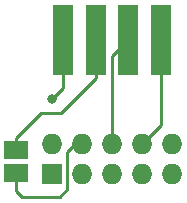
<source format=gbl>
G04 #@! TF.GenerationSoftware,KiCad,Pcbnew,(5.1.8)-1*
G04 #@! TF.CreationDate,2021-01-22T23:51:14+01:00*
G04 #@! TF.ProjectId,IDC to DB9,49444320-746f-4204-9442-392e6b696361,rev?*
G04 #@! TF.SameCoordinates,Original*
G04 #@! TF.FileFunction,Copper,L2,Bot*
G04 #@! TF.FilePolarity,Positive*
%FSLAX46Y46*%
G04 Gerber Fmt 4.6, Leading zero omitted, Abs format (unit mm)*
G04 Created by KiCad (PCBNEW (5.1.8)-1) date 2021-01-22 23:51:14*
%MOMM*%
%LPD*%
G01*
G04 APERTURE LIST*
G04 #@! TA.AperFunction,SMDPad,CuDef*
%ADD10R,1.700000X6.000000*%
G04 #@! TD*
G04 #@! TA.AperFunction,ComponentPad*
%ADD11O,1.727200X1.727200*%
G04 #@! TD*
G04 #@! TA.AperFunction,ComponentPad*
%ADD12R,1.727200X1.727200*%
G04 #@! TD*
G04 #@! TA.AperFunction,SMDPad,CuDef*
%ADD13R,2.000000X1.600000*%
G04 #@! TD*
G04 #@! TA.AperFunction,ViaPad*
%ADD14C,0.800000*%
G04 #@! TD*
G04 #@! TA.AperFunction,Conductor*
%ADD15C,0.250000*%
G04 #@! TD*
G04 APERTURE END LIST*
D10*
X138069500Y-78168500D03*
X140839500Y-78168500D03*
X143609500Y-78168500D03*
X146379500Y-78168500D03*
D11*
X147320000Y-86995000D03*
X144780000Y-86995000D03*
X142240000Y-86995000D03*
X139700000Y-86995000D03*
X137160000Y-86995000D03*
X147320000Y-89535000D03*
X144780000Y-89535000D03*
X142240000Y-89535000D03*
X139700000Y-89535000D03*
D12*
X137160000Y-89535000D03*
D13*
X134112000Y-89408000D03*
X134112000Y-87503000D03*
D14*
X137160000Y-83185000D03*
D15*
X142240000Y-79538000D02*
X143609500Y-78168500D01*
X142240000Y-86995000D02*
X142240000Y-79538000D01*
X146379500Y-85395500D02*
X146379500Y-78168500D01*
X144780000Y-86995000D02*
X146379500Y-85395500D01*
X140839500Y-81418500D02*
X140839500Y-78168500D01*
X134112000Y-86453000D02*
X136237000Y-84328000D01*
X137930000Y-84328000D02*
X140839500Y-81418500D01*
X134112000Y-87503000D02*
X134112000Y-86453000D01*
X136237000Y-84328000D02*
X137930000Y-84328000D01*
X138069500Y-82275500D02*
X137160000Y-83185000D01*
X138069500Y-78168500D02*
X138069500Y-82275500D01*
X134112000Y-90932000D02*
X134112000Y-89408000D01*
X134620000Y-91440000D02*
X134112000Y-90932000D01*
X137795000Y-91440000D02*
X134620000Y-91440000D01*
X138430000Y-90805000D02*
X137795000Y-91440000D01*
X138430000Y-87630000D02*
X138430000Y-90805000D01*
X139065000Y-86995000D02*
X138430000Y-87630000D01*
X139700000Y-86995000D02*
X139065000Y-86995000D01*
M02*

</source>
